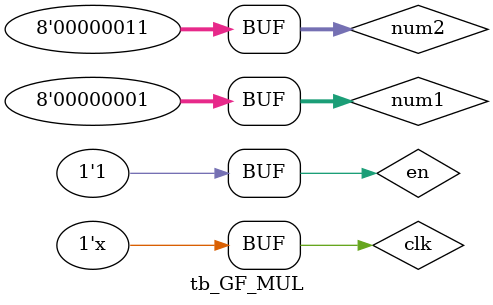
<source format=v>
`timescale 1ns/1ns

module tb_GF_MUL();
    reg clk, en;
    reg [7:0] num1, num2;
    wire [7:0] result;
    wire done;

    top_GF_Mul Mul(
    .clk(clk), 
    .en(en),
    .i_state_1(num1),
    .i_state_2(num2),
    .o_state(result),
    .o_done(done)
    );

    initial begin
        clk <= 1'b1;
        en <= 1'b0;
        num1 <= 8'b00000000;
        num2 <= 8'b00000000;
    end

    always #10 clk <= ~clk;

    initial begin
        #20 en <= 1'b1; num1 <= 8'b00100110; num2 <= 8'b10011110;
        #160 num1 <= 8'b00001111; num2 <= 8'b00010101;
        #160 num1 <= 8'b00000001; num2 <= 8'b00000011;
    end
endmodule
</source>
